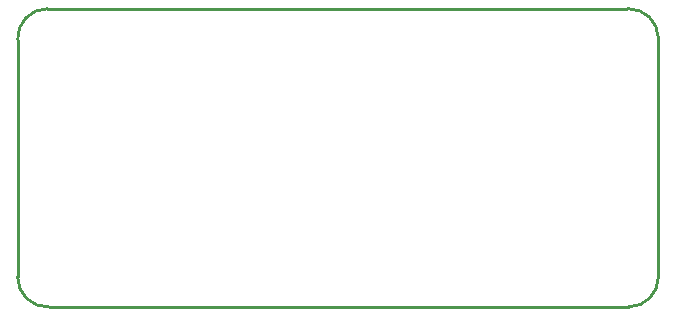
<source format=gm1>
G04*
G04 #@! TF.GenerationSoftware,Altium Limited,Altium Designer,21.6.1 (37)*
G04*
G04 Layer_Color=16711935*
%FSLAX25Y25*%
%MOIN*%
G70*
G04*
G04 #@! TF.SameCoordinates,094AEC64-6FA2-4D50-AE7A-0E8442ED52D6*
G04*
G04*
G04 #@! TF.FilePolarity,Positive*
G04*
G01*
G75*
%ADD22C,0.01000*%
D22*
X303658Y118504D02*
G03*
X293372Y128456I-9957J0D01*
G01*
Y128456D02*
G03*
X293299Y128461I-73J-495D01*
G01*
X303658Y38976D02*
G03*
X303653Y39305I-9957J0D01*
G01*
X303653D02*
G03*
X303658Y39378I-495J73D01*
G01*
X303653Y39305D02*
G03*
X303658Y39378I-495J73D01*
G01*
X293701Y29019D02*
G03*
X303658Y38976I0J9957D01*
G01*
X293372Y128456D02*
G03*
X293299Y128461I-73J-495D01*
G01*
X100000D02*
G03*
X90051Y118100I0J-9957D01*
G01*
Y39067D02*
G03*
X90043Y38976I492J-90D01*
G01*
X100329Y29025D02*
G03*
X100402Y29019I73J495D01*
G01*
X90043Y38976D02*
G03*
X100329Y29025I9957J0D01*
G01*
Y29025D02*
G03*
X100402Y29019I73J495D01*
G01*
X303658Y39378D02*
Y118504D01*
X100000Y128461D02*
X293299D01*
X90051Y39067D02*
Y118100D01*
X100402Y29019D02*
X293701D01*
M02*

</source>
